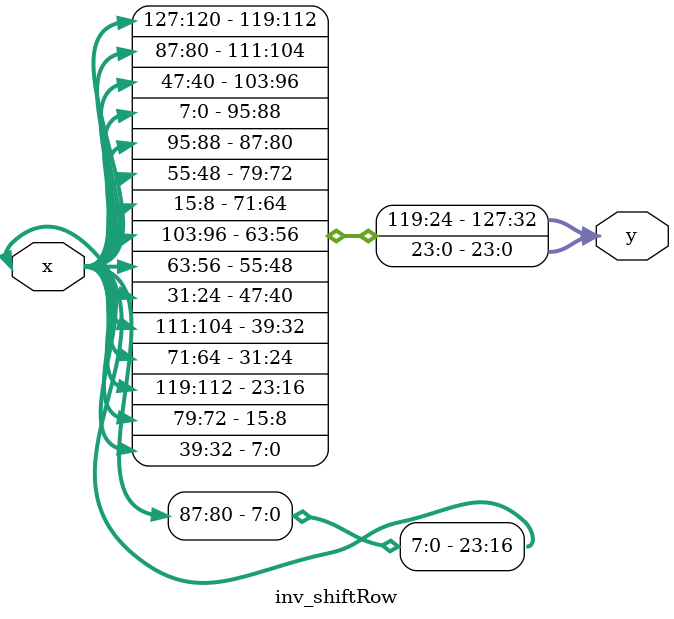
<source format=v>
module inv_shiftRow(x,y);

input [127:0] x;

output [127:0] y;

assign x[127:120] = y[127:120];  

assign x[119:112] = y[23:16];

assign x[111:104] = y[47:40];

assign x[103:96] = y[71:64];

assign x[95:88] = y[95:88];

assign x[87:80] = y[119:112];

assign x[79:72] = y[15:8];

assign x[71:64] = y[39:32];

assign x[63:56] = y[63:56];

assign x[55:48] = y[87:80];

assign x[47:40] = y[111:104];

assign x[39:32] = y[7:0];

assign x[31:24] = y[55:48];

assign x[23:16] = y[119:112];

assign x[15:8] = y[79:72];

assign x[7:0] = y[103:96]; 


endmodule
</source>
